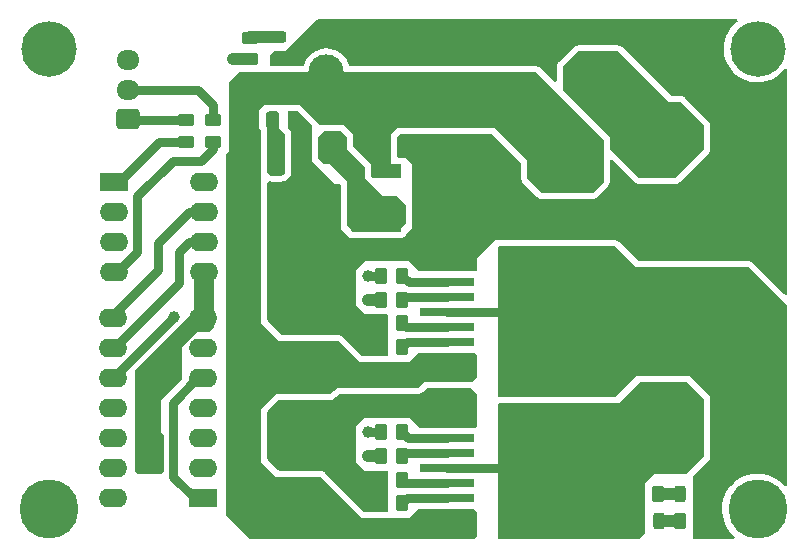
<source format=gbr>
%TF.GenerationSoftware,KiCad,Pcbnew,(6.0.2)*%
%TF.CreationDate,2022-03-25T17:55:46+07:00*%
%TF.ProjectId,Driver_motor_V02,44726976-6572-45f6-9d6f-746f725f5630,rev?*%
%TF.SameCoordinates,Original*%
%TF.FileFunction,Copper,L1,Top*%
%TF.FilePolarity,Positive*%
%FSLAX46Y46*%
G04 Gerber Fmt 4.6, Leading zero omitted, Abs format (unit mm)*
G04 Created by KiCad (PCBNEW (6.0.2)) date 2022-03-25 17:55:46*
%MOMM*%
%LPD*%
G01*
G04 APERTURE LIST*
G04 Aperture macros list*
%AMRoundRect*
0 Rectangle with rounded corners*
0 $1 Rounding radius*
0 $2 $3 $4 $5 $6 $7 $8 $9 X,Y pos of 4 corners*
0 Add a 4 corners polygon primitive as box body*
4,1,4,$2,$3,$4,$5,$6,$7,$8,$9,$2,$3,0*
0 Add four circle primitives for the rounded corners*
1,1,$1+$1,$2,$3*
1,1,$1+$1,$4,$5*
1,1,$1+$1,$6,$7*
1,1,$1+$1,$8,$9*
0 Add four rect primitives between the rounded corners*
20,1,$1+$1,$2,$3,$4,$5,0*
20,1,$1+$1,$4,$5,$6,$7,0*
20,1,$1+$1,$6,$7,$8,$9,0*
20,1,$1+$1,$8,$9,$2,$3,0*%
G04 Aperture macros list end*
%TA.AperFunction,SMDPad,CuDef*%
%ADD10R,1.200000X2.200000*%
%TD*%
%TA.AperFunction,SMDPad,CuDef*%
%ADD11R,5.800000X6.400000*%
%TD*%
%TA.AperFunction,ComponentPad*%
%ADD12RoundRect,0.250000X0.725000X-0.600000X0.725000X0.600000X-0.725000X0.600000X-0.725000X-0.600000X0*%
%TD*%
%TA.AperFunction,ComponentPad*%
%ADD13O,1.950000X1.700000*%
%TD*%
%TA.AperFunction,ComponentPad*%
%ADD14R,2.000000X2.000000*%
%TD*%
%TA.AperFunction,ComponentPad*%
%ADD15C,2.000000*%
%TD*%
%TA.AperFunction,ComponentPad*%
%ADD16C,4.700000*%
%TD*%
%TA.AperFunction,SMDPad,CuDef*%
%ADD17RoundRect,0.250000X-0.262500X-0.450000X0.262500X-0.450000X0.262500X0.450000X-0.262500X0.450000X0*%
%TD*%
%TA.AperFunction,SMDPad,CuDef*%
%ADD18RoundRect,0.250000X-0.250000X-0.475000X0.250000X-0.475000X0.250000X0.475000X-0.250000X0.475000X0*%
%TD*%
%TA.AperFunction,ComponentPad*%
%ADD19R,2.400000X1.600000*%
%TD*%
%TA.AperFunction,ComponentPad*%
%ADD20O,2.400000X1.600000*%
%TD*%
%TA.AperFunction,ComponentPad*%
%ADD21C,5.000000*%
%TD*%
%TA.AperFunction,ComponentPad*%
%ADD22R,1.600000X1.600000*%
%TD*%
%TA.AperFunction,ComponentPad*%
%ADD23C,1.600000*%
%TD*%
%TA.AperFunction,SMDPad,CuDef*%
%ADD24RoundRect,0.250000X-0.475000X0.250000X-0.475000X-0.250000X0.475000X-0.250000X0.475000X0.250000X0*%
%TD*%
%TA.AperFunction,ComponentPad*%
%ADD25RoundRect,0.875000X0.875000X-0.875000X0.875000X0.875000X-0.875000X0.875000X-0.875000X-0.875000X0*%
%TD*%
%TA.AperFunction,ComponentPad*%
%ADD26C,3.500000*%
%TD*%
%TA.AperFunction,SMDPad,CuDef*%
%ADD27RoundRect,0.250000X-0.450000X0.262500X-0.450000X-0.262500X0.450000X-0.262500X0.450000X0.262500X0*%
%TD*%
%TA.AperFunction,SMDPad,CuDef*%
%ADD28RoundRect,0.243750X0.243750X0.456250X-0.243750X0.456250X-0.243750X-0.456250X0.243750X-0.456250X0*%
%TD*%
%TA.AperFunction,SMDPad,CuDef*%
%ADD29R,4.600000X0.800000*%
%TD*%
%TA.AperFunction,SMDPad,CuDef*%
%ADD30R,9.400000X10.800000*%
%TD*%
%TA.AperFunction,ComponentPad*%
%ADD31C,3.000000*%
%TD*%
%TA.AperFunction,SMDPad,CuDef*%
%ADD32RoundRect,0.250000X0.450000X-0.262500X0.450000X0.262500X-0.450000X0.262500X-0.450000X-0.262500X0*%
%TD*%
%TA.AperFunction,SMDPad,CuDef*%
%ADD33RoundRect,0.243750X0.456250X-0.243750X0.456250X0.243750X-0.456250X0.243750X-0.456250X-0.243750X0*%
%TD*%
%TA.AperFunction,SMDPad,CuDef*%
%ADD34R,2.200000X1.200000*%
%TD*%
%TA.AperFunction,SMDPad,CuDef*%
%ADD35R,6.400000X5.800000*%
%TD*%
%TA.AperFunction,SMDPad,CuDef*%
%ADD36RoundRect,0.243750X-0.243750X-0.456250X0.243750X-0.456250X0.243750X0.456250X-0.243750X0.456250X0*%
%TD*%
%TA.AperFunction,ViaPad*%
%ADD37C,1.000000*%
%TD*%
%TA.AperFunction,ViaPad*%
%ADD38C,1.016000*%
%TD*%
%TA.AperFunction,Conductor*%
%ADD39C,1.016000*%
%TD*%
%TA.AperFunction,Conductor*%
%ADD40C,1.270000*%
%TD*%
%TA.AperFunction,Conductor*%
%ADD41C,0.762000*%
%TD*%
G04 APERTURE END LIST*
D10*
%TO.P,U1,1,VI*%
%TO.N,Net-(C4-Pad1)*%
X132380000Y-98300000D03*
D11*
%TO.P,U1,2,GND*%
%TO.N,GND*%
X130100000Y-104600000D03*
D10*
%TO.P,U1,3,VO*%
%TO.N,+5V*%
X127820000Y-98300000D03*
%TD*%
D12*
%TO.P,J2,1,Pin_1*%
%TO.N,/PWM*%
X115225000Y-95750000D03*
D13*
%TO.P,J2,2,Pin_2*%
%TO.N,/DIR*%
X115225000Y-93250000D03*
%TO.P,J2,3,Pin_3*%
%TO.N,/GND1*%
X115225000Y-90750000D03*
%TD*%
D14*
%TO.P,C1,1*%
%TO.N,VCC*%
X129500000Y-117367677D03*
D15*
%TO.P,C1,2*%
%TO.N,GND*%
X129500000Y-112367677D03*
%TD*%
D16*
%TO.P,REF\u002A\u002A,*%
%TO.N,*%
X108500000Y-89750000D03*
%TD*%
D17*
%TO.P,R7,1*%
%TO.N,/IN2*%
X136612500Y-109000000D03*
%TO.P,R7,2*%
%TO.N,Net-(Q2-Pad2)*%
X138437500Y-109000000D03*
%TD*%
D18*
%TO.P,C3,1*%
%TO.N,VCC*%
X136600000Y-97850000D03*
%TO.P,C3,2*%
%TO.N,GND*%
X138500000Y-97850000D03*
%TD*%
D19*
%TO.P,U3,1,A1*%
%TO.N,Net-(R10-Pad2)*%
X113975000Y-101075000D03*
D20*
%TO.P,U3,2,C1*%
%TO.N,/GND1*%
X113975000Y-103615000D03*
%TO.P,U3,3,C2*%
X113975000Y-106155000D03*
%TO.P,U3,4,A2*%
%TO.N,Net-(R11-Pad2)*%
X113975000Y-108695000D03*
%TO.P,U3,5,GND*%
%TO.N,GND*%
X121595000Y-108695000D03*
%TO.P,U3,6,VO2*%
%TO.N,/B*%
X121595000Y-106155000D03*
%TO.P,U3,7,VO1*%
%TO.N,/A*%
X121595000Y-103615000D03*
%TO.P,U3,8,VCC*%
%TO.N,+5V*%
X121595000Y-101075000D03*
%TD*%
D17*
%TO.P,R15,1*%
%TO.N,/M+*%
X158275000Y-127450000D03*
%TO.P,R15,2*%
%TO.N,Net-(D3-Pad2)*%
X160100000Y-127450000D03*
%TD*%
D21*
%TO.P,REF\u002A\u002A,*%
%TO.N,*%
X108500000Y-128750000D03*
%TD*%
D17*
%TO.P,R6,1*%
%TO.N,+5V*%
X136612500Y-111000000D03*
%TO.P,R6,2*%
%TO.N,Net-(Q2-Pad3)*%
X138437500Y-111000000D03*
%TD*%
%TO.P,R2,1*%
%TO.N,+5V*%
X136612500Y-124250000D03*
%TO.P,R2,2*%
%TO.N,Net-(Q1-Pad3)*%
X138437500Y-124250000D03*
%TD*%
%TO.P,R5,1*%
%TO.N,GND*%
X136612500Y-113000000D03*
%TO.P,R5,2*%
%TO.N,Net-(Q2-Pad5)*%
X138437500Y-113000000D03*
%TD*%
D22*
%TO.P,C2,1*%
%TO.N,VCC*%
X151750000Y-99747349D03*
D23*
%TO.P,C2,2*%
%TO.N,GND*%
X151750000Y-103547349D03*
%TD*%
D17*
%TO.P,R4,1*%
%TO.N,GND*%
X136612500Y-126250000D03*
%TO.P,R4,2*%
%TO.N,Net-(Q1-Pad5)*%
X138437500Y-126250000D03*
%TD*%
D24*
%TO.P,C4,1*%
%TO.N,Net-(C4-Pad1)*%
X134750000Y-104800000D03*
%TO.P,C4,2*%
%TO.N,GND*%
X134750000Y-106700000D03*
%TD*%
D17*
%TO.P,R9,1*%
%TO.N,GND*%
X136612500Y-115000000D03*
%TO.P,R9,2*%
%TO.N,Net-(Q2-Pad6)*%
X138437500Y-115000000D03*
%TD*%
D25*
%TO.P,J1,1,Pin_1*%
%TO.N,/M+*%
X161125000Y-120680000D03*
D26*
%TO.P,J1,2,Pin_2*%
%TO.N,/M-*%
X161125000Y-113060000D03*
%TO.P,J1,3,Pin_3*%
%TO.N,GND*%
X161125000Y-105440000D03*
%TO.P,J1,4,Pin_4*%
%TO.N,Net-(F1-Pad1)*%
X161125000Y-97820000D03*
%TD*%
D21*
%TO.P,REF\u002A\u002A,*%
%TO.N,*%
X168500000Y-128750000D03*
%TD*%
D14*
%TO.P,C5,1*%
%TO.N,VCC*%
X129500000Y-128250000D03*
D15*
%TO.P,C5,2*%
%TO.N,GND*%
X129500000Y-123250000D03*
%TD*%
D17*
%TO.P,R3,1*%
%TO.N,/IN1*%
X136612500Y-122250000D03*
%TO.P,R3,2*%
%TO.N,Net-(Q1-Pad2)*%
X138437500Y-122250000D03*
%TD*%
D27*
%TO.P,R11,1*%
%TO.N,/DIR*%
X122375000Y-95837500D03*
%TO.P,R11,2*%
%TO.N,Net-(R11-Pad2)*%
X122375000Y-97662500D03*
%TD*%
D28*
%TO.P,D3,1,K*%
%TO.N,/M-*%
X163787500Y-127450000D03*
%TO.P,D3,2,A*%
%TO.N,Net-(D3-Pad2)*%
X161912500Y-127450000D03*
%TD*%
D29*
%TO.P,Q2,1*%
%TO.N,GND*%
X142250000Y-108250000D03*
%TO.P,Q2,2,IN*%
%TO.N,Net-(Q2-Pad2)*%
X142250000Y-109520000D03*
%TO.P,Q2,3,INH*%
%TO.N,Net-(Q2-Pad3)*%
X142250000Y-110790000D03*
%TO.P,Q2,4*%
%TO.N,/M-*%
X142250000Y-112060000D03*
%TO.P,Q2,5,SR*%
%TO.N,Net-(Q2-Pad5)*%
X142250000Y-113330000D03*
%TO.P,Q2,6,IS*%
%TO.N,Net-(Q2-Pad6)*%
X142250000Y-114600000D03*
%TO.P,Q2,7*%
%TO.N,VCC*%
X142250000Y-115870000D03*
D30*
%TO.P,Q2,8*%
%TO.N,/M-*%
X151400000Y-112060000D03*
%TD*%
D17*
%TO.P,R14,1*%
%TO.N,Net-(D2-Pad2)*%
X161937500Y-129750000D03*
%TO.P,R14,2*%
%TO.N,/M-*%
X163762500Y-129750000D03*
%TD*%
%TO.P,R1,1*%
%TO.N,GND*%
X136612500Y-128250000D03*
%TO.P,R1,2*%
%TO.N,Net-(Q1-Pad6)*%
X138437500Y-128250000D03*
%TD*%
D31*
%TO.P,F1,1*%
%TO.N,Net-(F1-Pad1)*%
X154500000Y-91750000D03*
%TO.P,F1,2*%
%TO.N,VCC*%
X132000000Y-91750000D03*
%TD*%
D32*
%TO.P,R8,1*%
%TO.N,+5V*%
X125500000Y-90662500D03*
%TO.P,R8,2*%
%TO.N,Net-(D1-Pad2)*%
X125500000Y-88837500D03*
%TD*%
D16*
%TO.P,REF\u002A\u002A,*%
%TO.N,*%
X168500000Y-89750000D03*
%TD*%
D29*
%TO.P,Q1,1*%
%TO.N,GND*%
X142250000Y-121480000D03*
%TO.P,Q1,2,IN*%
%TO.N,Net-(Q1-Pad2)*%
X142250000Y-122750000D03*
%TO.P,Q1,3,INH*%
%TO.N,Net-(Q1-Pad3)*%
X142250000Y-124020000D03*
%TO.P,Q1,4*%
%TO.N,/M+*%
X142250000Y-125290000D03*
%TO.P,Q1,5,SR*%
%TO.N,Net-(Q1-Pad5)*%
X142250000Y-126560000D03*
%TO.P,Q1,6,IS*%
%TO.N,Net-(Q1-Pad6)*%
X142250000Y-127830000D03*
%TO.P,Q1,7*%
%TO.N,VCC*%
X142250000Y-129100000D03*
D30*
%TO.P,Q1,8*%
%TO.N,/M+*%
X151400000Y-125290000D03*
%TD*%
D33*
%TO.P,D1,1,K*%
%TO.N,GND*%
X127887500Y-90687500D03*
%TO.P,D1,2,A*%
%TO.N,Net-(D1-Pad2)*%
X127887500Y-88812500D03*
%TD*%
D34*
%TO.P,U4,1,IN*%
%TO.N,VCC*%
X137200000Y-100120000D03*
D35*
%TO.P,U4,2,GND*%
%TO.N,GND*%
X143500000Y-102400000D03*
D34*
%TO.P,U4,3,OUT*%
%TO.N,Net-(C4-Pad1)*%
X137200000Y-104680000D03*
%TD*%
D27*
%TO.P,R10,1*%
%TO.N,/PWM*%
X120125000Y-95837500D03*
%TO.P,R10,2*%
%TO.N,Net-(R10-Pad2)*%
X120125000Y-97662500D03*
%TD*%
D18*
%TO.P,C8,1*%
%TO.N,+5V*%
X127350000Y-95800000D03*
%TO.P,C8,2*%
%TO.N,GND*%
X129250000Y-95800000D03*
%TD*%
D19*
%TO.P,U2,1*%
%TO.N,Net-(U2-Pad1)*%
X121550000Y-127830000D03*
D20*
%TO.P,U2,2*%
%TO.N,/B*%
X121550000Y-125290000D03*
%TO.P,U2,3*%
X121550000Y-122750000D03*
%TO.P,U2,4*%
%TO.N,/IN1*%
X121550000Y-120210000D03*
%TO.P,U2,5*%
%TO.N,Net-(U2-Pad1)*%
X121550000Y-117670000D03*
%TO.P,U2,6*%
%TO.N,/A*%
X121550000Y-115130000D03*
%TO.P,U2,7,GND*%
%TO.N,GND*%
X121550000Y-112590000D03*
%TO.P,U2,8*%
%TO.N,/A*%
X113930000Y-112590000D03*
%TO.P,U2,9*%
%TO.N,/B*%
X113930000Y-115130000D03*
%TO.P,U2,10*%
%TO.N,/IN2*%
X113930000Y-117670000D03*
%TO.P,U2,11*%
%TO.N,N/C*%
X113930000Y-120210000D03*
%TO.P,U2,12*%
X113930000Y-122750000D03*
%TO.P,U2,13*%
X113930000Y-125290000D03*
%TO.P,U2,14,VCC*%
%TO.N,+5V*%
X113930000Y-127830000D03*
%TD*%
D36*
%TO.P,D2,1,K*%
%TO.N,/M+*%
X158250000Y-129750000D03*
%TO.P,D2,2,A*%
%TO.N,Net-(D2-Pad2)*%
X160125000Y-129750000D03*
%TD*%
D37*
%TO.N,GND*%
X141250000Y-107000000D03*
X142125000Y-119250000D03*
X142750000Y-120400000D03*
X129900000Y-97000000D03*
X117600000Y-123000000D03*
X116400000Y-124250000D03*
X141700000Y-100600000D03*
X145000000Y-98000000D03*
X145200000Y-100600000D03*
X135500000Y-113000000D03*
X116400000Y-123000000D03*
X145200000Y-102350000D03*
X139750000Y-107000000D03*
X144000000Y-120400000D03*
X129875581Y-99500000D03*
X143375000Y-119250000D03*
X145200000Y-104100000D03*
X143300000Y-102500000D03*
X144250000Y-107000000D03*
X141700000Y-104100000D03*
X143500000Y-98000000D03*
X140250000Y-120400000D03*
X135500000Y-115000000D03*
X117600000Y-124250000D03*
X143450000Y-100600000D03*
X129882558Y-98250000D03*
X142000000Y-98000000D03*
X142750000Y-107000000D03*
X143450000Y-104100000D03*
X141700000Y-102350000D03*
X140875000Y-119250000D03*
X140500000Y-98000000D03*
X141500000Y-120400000D03*
%TO.N,+5V*%
X135500000Y-124250000D03*
X135500000Y-111000000D03*
X124125000Y-90675000D03*
D38*
X127750000Y-100000000D03*
%TO.N,/M+*%
X150499596Y-123250000D03*
X154499596Y-123250000D03*
X154499596Y-129250000D03*
X148499596Y-123250000D03*
X148499596Y-129250000D03*
X152499596Y-127250000D03*
X154499596Y-127250000D03*
X150499596Y-125250000D03*
X148499596Y-125250000D03*
X154499596Y-125250000D03*
X152499596Y-123250000D03*
X150499596Y-129250000D03*
X152499596Y-129250000D03*
X150499596Y-127250000D03*
X148499596Y-127250000D03*
X152499596Y-125250000D03*
%TO.N,/M-*%
X152500000Y-114250000D03*
X150500000Y-114250000D03*
X148500000Y-110250000D03*
X154500000Y-114250000D03*
X150500000Y-112250000D03*
X154500000Y-112250000D03*
X148500000Y-112250000D03*
X152500000Y-112250000D03*
X150500000Y-108250000D03*
X150500000Y-110250000D03*
X152500000Y-110250000D03*
X148500000Y-108250000D03*
X152500000Y-108250000D03*
X154500000Y-110250000D03*
X148500000Y-114250000D03*
X154500000Y-108250000D03*
D37*
%TO.N,/IN1*%
X135500000Y-122250000D03*
%TO.N,/IN2*%
X135500000Y-109000000D03*
X119125000Y-112500000D03*
%TD*%
D39*
%TO.N,GND*%
X121285000Y-112590000D02*
X121550000Y-112590000D01*
D40*
X121595000Y-112545000D02*
X121550000Y-112590000D01*
D39*
%TO.N,+5V*%
X136612500Y-111000000D02*
X135500000Y-111000000D01*
X124137500Y-90662500D02*
X124125000Y-90675000D01*
X125500000Y-90662500D02*
X124137500Y-90662500D01*
X136612500Y-124250000D02*
X135500000Y-124250000D01*
%TO.N,Net-(D1-Pad2)*%
X125525000Y-88812500D02*
X125500000Y-88837500D01*
X127887500Y-88812500D02*
X125525000Y-88812500D01*
D41*
%TO.N,/PWM*%
X115312500Y-95837500D02*
X115225000Y-95750000D01*
X120125000Y-95837500D02*
X115312500Y-95837500D01*
%TO.N,/DIR*%
X122375000Y-94500000D02*
X121125000Y-93250000D01*
X121125000Y-93250000D02*
X115225000Y-93250000D01*
X122375000Y-95837500D02*
X122375000Y-94500000D01*
%TO.N,/M+*%
X142250000Y-125290000D02*
X151400000Y-125290000D01*
%TO.N,/M-*%
X142250000Y-112060000D02*
X151400000Y-112060000D01*
D39*
X160125000Y-112060000D02*
X161125000Y-113060000D01*
D41*
%TO.N,Net-(Q1-Pad2)*%
X138937500Y-122750000D02*
X138437500Y-122250000D01*
X142250000Y-122750000D02*
X138937500Y-122750000D01*
%TO.N,Net-(Q1-Pad3)*%
X138667500Y-124020000D02*
X138437500Y-124250000D01*
X142250000Y-124020000D02*
X138667500Y-124020000D01*
%TO.N,Net-(Q1-Pad5)*%
X138747500Y-126560000D02*
X138437500Y-126250000D01*
X142250000Y-126560000D02*
X138747500Y-126560000D01*
%TO.N,Net-(Q1-Pad6)*%
X142250000Y-127830000D02*
X138857500Y-127830000D01*
X138857500Y-127830000D02*
X138437500Y-128250000D01*
%TO.N,Net-(Q2-Pad2)*%
X142250000Y-109520000D02*
X138957500Y-109520000D01*
X138957500Y-109520000D02*
X138437500Y-109000000D01*
%TO.N,Net-(Q2-Pad3)*%
X142250000Y-110790000D02*
X138647500Y-110790000D01*
X138647500Y-110790000D02*
X138437500Y-111000000D01*
%TO.N,Net-(Q2-Pad5)*%
X142250000Y-113330000D02*
X138767500Y-113330000D01*
X138767500Y-113330000D02*
X138437500Y-113000000D01*
%TO.N,Net-(Q2-Pad6)*%
X138837500Y-114600000D02*
X138437500Y-115000000D01*
X142250000Y-114600000D02*
X138837500Y-114600000D01*
%TO.N,/IN1*%
X135500000Y-122250000D02*
X136612500Y-122250000D01*
%TO.N,/IN2*%
X119125000Y-112500000D02*
X113955000Y-117670000D01*
X136612500Y-109000000D02*
X135500000Y-109000000D01*
X113930000Y-117670000D02*
X113955000Y-117670000D01*
%TO.N,Net-(R10-Pad2)*%
X114425000Y-101075000D02*
X113975000Y-101075000D01*
X117837500Y-97662500D02*
X114425000Y-101075000D01*
X120125000Y-97662500D02*
X117837500Y-97662500D01*
%TO.N,Net-(R11-Pad2)*%
X114305000Y-108695000D02*
X113975000Y-108695000D01*
X116000000Y-107000000D02*
X114305000Y-108695000D01*
X116000000Y-102250000D02*
X116000000Y-107000000D01*
X121375000Y-99250000D02*
X119000000Y-99250000D01*
X119000000Y-99250000D02*
X116000000Y-102250000D01*
X122375000Y-98250000D02*
X121375000Y-99250000D01*
%TO.N,/A*%
X113930000Y-112590000D02*
X113930000Y-112320000D01*
X120385000Y-103615000D02*
X121595000Y-103615000D01*
X117750000Y-106250000D02*
X120385000Y-103615000D01*
X117750000Y-108500000D02*
X117750000Y-106250000D01*
X113930000Y-112320000D02*
X117750000Y-108500000D01*
%TO.N,/B*%
X119500000Y-109625000D02*
X119500000Y-107000000D01*
X113995000Y-115130000D02*
X119500000Y-109625000D01*
X113930000Y-115130000D02*
X113995000Y-115130000D01*
X119500000Y-107000000D02*
X120345000Y-106155000D01*
X120345000Y-106155000D02*
X121595000Y-106155000D01*
%TO.N,Net-(U2-Pad1)*%
X121550000Y-127830000D02*
X120830000Y-127830000D01*
X121080000Y-117670000D02*
X119000000Y-119750000D01*
X119000000Y-126000000D02*
X119000000Y-119750000D01*
X121550000Y-117670000D02*
X121080000Y-117670000D01*
X120830000Y-127830000D02*
X119000000Y-126000000D01*
D39*
%TO.N,Net-(D2-Pad2)*%
X160125000Y-129750000D02*
X161937500Y-129750000D01*
%TO.N,Net-(D3-Pad2)*%
X160100000Y-127450000D02*
X161912500Y-127450000D01*
%TD*%
%TA.AperFunction,Conductor*%
%TO.N,+5V*%
G36*
X127765931Y-95020002D02*
G01*
X127786905Y-95036905D01*
X127963095Y-95213095D01*
X127997121Y-95275407D01*
X128000000Y-95302190D01*
X128000000Y-96500000D01*
X128463095Y-96963095D01*
X128497121Y-97025407D01*
X128500000Y-97052190D01*
X128500000Y-100197810D01*
X128479998Y-100265931D01*
X128463095Y-100286905D01*
X128286905Y-100463095D01*
X128224593Y-100497121D01*
X128197810Y-100500000D01*
X127302190Y-100500000D01*
X127234069Y-100479998D01*
X127213095Y-100463095D01*
X127036905Y-100286905D01*
X127002879Y-100224593D01*
X127000000Y-100197810D01*
X127000000Y-95302190D01*
X127020002Y-95234069D01*
X127036905Y-95213095D01*
X127213095Y-95036905D01*
X127275407Y-95002879D01*
X127302190Y-95000000D01*
X127697810Y-95000000D01*
X127765931Y-95020002D01*
G37*
%TD.AperFunction*%
%TD*%
%TA.AperFunction,Conductor*%
%TO.N,Net-(C4-Pad1)*%
G36*
X133265931Y-96770002D02*
G01*
X133286905Y-96786905D01*
X133713095Y-97213095D01*
X133747121Y-97275407D01*
X133750000Y-97302190D01*
X133750000Y-98250000D01*
X135213095Y-99713095D01*
X135247121Y-99775407D01*
X135250000Y-99802190D01*
X135250000Y-100750000D01*
X136750000Y-102250000D01*
X137947810Y-102250000D01*
X138015931Y-102270002D01*
X138036905Y-102286905D01*
X138713095Y-102963095D01*
X138747121Y-103025407D01*
X138750000Y-103052190D01*
X138750000Y-104447810D01*
X138729998Y-104515931D01*
X138713095Y-104536905D01*
X138036905Y-105213095D01*
X137974593Y-105247121D01*
X137947810Y-105250000D01*
X134302190Y-105250000D01*
X134234069Y-105229998D01*
X134213095Y-105213095D01*
X133786905Y-104786905D01*
X133752879Y-104724593D01*
X133750000Y-104697810D01*
X133750000Y-101000000D01*
X132250000Y-99500000D01*
X131802190Y-99500000D01*
X131734069Y-99479998D01*
X131713095Y-99463095D01*
X131286905Y-99036905D01*
X131252879Y-98974593D01*
X131250000Y-98947810D01*
X131250000Y-97302190D01*
X131270002Y-97234069D01*
X131286905Y-97213095D01*
X131713095Y-96786905D01*
X131775407Y-96752879D01*
X131802190Y-96750000D01*
X133197810Y-96750000D01*
X133265931Y-96770002D01*
G37*
%TD.AperFunction*%
%TD*%
%TA.AperFunction,Conductor*%
%TO.N,VCC*%
G36*
X149765931Y-91770002D02*
G01*
X149786905Y-91786905D01*
X155463095Y-97463095D01*
X155497121Y-97525407D01*
X155500000Y-97552190D01*
X155500000Y-100947810D01*
X155479998Y-101015931D01*
X155463095Y-101036905D01*
X154536905Y-101963095D01*
X154474593Y-101997121D01*
X154447810Y-102000000D01*
X150302190Y-102000000D01*
X150234069Y-101979998D01*
X150213095Y-101963095D01*
X149036905Y-100786905D01*
X149002879Y-100724593D01*
X149000000Y-100697810D01*
X149000000Y-99250000D01*
X146250000Y-96500000D01*
X138000000Y-96500000D01*
X137500000Y-97000000D01*
X137500000Y-97235200D01*
X137499344Y-97248043D01*
X137491500Y-97324600D01*
X137491500Y-98375400D01*
X137491837Y-98378646D01*
X137491837Y-98378650D01*
X137499327Y-98450836D01*
X137500000Y-98463840D01*
X137500000Y-100447810D01*
X137479998Y-100515931D01*
X137463095Y-100536905D01*
X137286905Y-100713095D01*
X137224593Y-100747121D01*
X137197810Y-100750000D01*
X136052190Y-100750000D01*
X135984069Y-100729998D01*
X135963095Y-100713095D01*
X135794905Y-100544905D01*
X135760879Y-100482593D01*
X135758000Y-100455810D01*
X135758000Y-99802190D01*
X135755090Y-99747896D01*
X135752577Y-99724513D01*
X135752392Y-99722793D01*
X135752390Y-99722778D01*
X135752211Y-99721113D01*
X135751622Y-99717478D01*
X135750000Y-99697324D01*
X135750000Y-99500000D01*
X134294905Y-98044905D01*
X134260879Y-97982593D01*
X134258000Y-97955810D01*
X134258000Y-97302190D01*
X134255090Y-97247896D01*
X134254654Y-97243834D01*
X134252392Y-97222793D01*
X134252390Y-97222778D01*
X134252211Y-97221113D01*
X134251622Y-97217478D01*
X134250000Y-97197324D01*
X134250000Y-97000000D01*
X133500000Y-96250000D01*
X133262466Y-96250000D01*
X133244537Y-96248718D01*
X133213169Y-96244208D01*
X133202255Y-96242639D01*
X133202254Y-96242639D01*
X133197810Y-96242000D01*
X131802190Y-96242000D01*
X131747896Y-96244910D01*
X131746225Y-96245090D01*
X131746208Y-96245091D01*
X131722793Y-96247608D01*
X131722778Y-96247610D01*
X131721113Y-96247789D01*
X131717703Y-96248342D01*
X131717478Y-96248378D01*
X131697324Y-96250000D01*
X131552190Y-96250000D01*
X131484069Y-96229998D01*
X131463095Y-96213095D01*
X129750000Y-94500000D01*
X127762466Y-94500000D01*
X127744537Y-94498718D01*
X127713169Y-94494208D01*
X127702255Y-94492639D01*
X127702254Y-94492639D01*
X127697810Y-94492000D01*
X127302190Y-94492000D01*
X127247896Y-94494910D01*
X127246225Y-94495090D01*
X127246208Y-94495091D01*
X127222793Y-94497608D01*
X127222778Y-94497610D01*
X127221113Y-94497789D01*
X127217703Y-94498342D01*
X127217478Y-94498378D01*
X127197324Y-94500000D01*
X126750000Y-94500000D01*
X126250000Y-95000000D01*
X126250000Y-96500000D01*
X126455095Y-96705095D01*
X126489121Y-96767407D01*
X126492000Y-96794190D01*
X126492000Y-100197810D01*
X126494910Y-100252104D01*
X126497789Y-100278887D01*
X126498058Y-100280546D01*
X126498378Y-100282522D01*
X126500000Y-100302676D01*
X126500000Y-113000000D01*
X128000000Y-114500000D01*
X132947810Y-114500000D01*
X133015931Y-114520002D01*
X133036905Y-114536905D01*
X134750000Y-116250000D01*
X139000000Y-116250000D01*
X139713095Y-115536905D01*
X139775407Y-115502879D01*
X139802190Y-115500000D01*
X139821836Y-115500000D01*
X139839647Y-115502088D01*
X139839684Y-115501745D01*
X139901866Y-115508500D01*
X144456310Y-115508500D01*
X144524431Y-115528502D01*
X144545405Y-115545405D01*
X144713095Y-115713095D01*
X144747121Y-115775407D01*
X144750000Y-115802190D01*
X144750000Y-117447810D01*
X144729998Y-117515931D01*
X144713095Y-117536905D01*
X144286905Y-117963095D01*
X144224593Y-117997121D01*
X144197810Y-118000000D01*
X140250000Y-118000000D01*
X139786905Y-118463095D01*
X139724593Y-118497121D01*
X139697810Y-118500000D01*
X133000000Y-118500000D01*
X132984479Y-118510347D01*
X132984477Y-118510348D01*
X132281743Y-118978838D01*
X132211851Y-119000000D01*
X127750000Y-119000000D01*
X126500000Y-120250000D01*
X126500000Y-124750000D01*
X127750000Y-126000000D01*
X131447810Y-126000000D01*
X131515931Y-126020002D01*
X131536905Y-126036905D01*
X135000000Y-129500000D01*
X139000000Y-129500000D01*
X139713095Y-128786905D01*
X139775407Y-128752879D01*
X139802190Y-128750000D01*
X144447810Y-128750000D01*
X144515931Y-128770002D01*
X144536905Y-128786905D01*
X144713095Y-128963095D01*
X144747121Y-129025407D01*
X144750000Y-129052190D01*
X144750000Y-130947810D01*
X144729998Y-131015931D01*
X144713095Y-131036905D01*
X144544905Y-131205095D01*
X144482593Y-131239121D01*
X144455810Y-131242000D01*
X125544190Y-131242000D01*
X125476069Y-131221998D01*
X125455095Y-131205095D01*
X123536905Y-129286905D01*
X123502879Y-129224593D01*
X123500000Y-129197810D01*
X123500000Y-98802190D01*
X123520002Y-98734069D01*
X123536905Y-98713095D01*
X123750000Y-98500000D01*
X123750000Y-92610559D01*
X123770002Y-92542438D01*
X123797288Y-92512170D01*
X124715486Y-91777611D01*
X124781175Y-91750675D01*
X124794198Y-91750000D01*
X149697810Y-91750000D01*
X149765931Y-91770002D01*
G37*
%TD.AperFunction*%
%TD*%
%TA.AperFunction,Conductor*%
%TO.N,GND*%
G36*
X144201191Y-118508514D02*
G01*
X144267889Y-118524252D01*
X144294669Y-118544669D01*
X144713095Y-118963095D01*
X144747121Y-119025407D01*
X144750000Y-119052190D01*
X144750000Y-121717569D01*
X144729998Y-121785690D01*
X144676342Y-121832183D01*
X144610391Y-121842832D01*
X144598134Y-121841500D01*
X139901866Y-121841500D01*
X139882078Y-121843650D01*
X139812197Y-121831123D01*
X139760181Y-121782803D01*
X139753857Y-121770732D01*
X139744388Y-121750000D01*
X139750000Y-121750000D01*
X139000000Y-121000000D01*
X135250000Y-121000000D01*
X134500000Y-121750000D01*
X134500000Y-122110401D01*
X134499215Y-122124446D01*
X134486719Y-122235851D01*
X134487235Y-122241995D01*
X134499558Y-122388751D01*
X134500000Y-122399294D01*
X134500000Y-124032720D01*
X134499310Y-124045890D01*
X134478607Y-124242869D01*
X134496674Y-124441395D01*
X134497935Y-124445679D01*
X134500000Y-124467532D01*
X134500000Y-124750000D01*
X135250000Y-125500000D01*
X137124000Y-125500000D01*
X137192121Y-125520002D01*
X137238614Y-125573658D01*
X137250000Y-125626000D01*
X137250000Y-128866000D01*
X137229998Y-128934121D01*
X137176342Y-128980614D01*
X137124000Y-128992000D01*
X135262610Y-128992000D01*
X135194489Y-128971998D01*
X135173515Y-128955095D01*
X131896115Y-125677695D01*
X131855672Y-125641365D01*
X131834698Y-125624462D01*
X131833324Y-125623471D01*
X131833308Y-125623459D01*
X131813108Y-125608893D01*
X131790576Y-125592645D01*
X131784950Y-125590075D01*
X131784947Y-125590074D01*
X131715955Y-125558567D01*
X131659050Y-125532579D01*
X131635296Y-125525604D01*
X131595252Y-125513846D01*
X131595248Y-125513845D01*
X131590929Y-125512577D01*
X131586481Y-125511937D01*
X131586474Y-125511936D01*
X131452258Y-125492639D01*
X131452251Y-125492638D01*
X131447810Y-125492000D01*
X128012610Y-125492000D01*
X127944489Y-125471998D01*
X127923515Y-125455095D01*
X127044905Y-124576485D01*
X127010879Y-124514173D01*
X127008000Y-124487390D01*
X127008000Y-120512610D01*
X127028002Y-120444489D01*
X127044905Y-120423515D01*
X127923515Y-119544905D01*
X127985827Y-119510879D01*
X128012610Y-119508000D01*
X132211851Y-119508000D01*
X132216437Y-119507321D01*
X132354487Y-119486880D01*
X132354491Y-119486879D01*
X132359064Y-119486202D01*
X132428956Y-119465040D01*
X132563531Y-119401519D01*
X133122066Y-119029162D01*
X133191958Y-119008000D01*
X139697810Y-119008000D01*
X139752104Y-119005090D01*
X139753775Y-119004910D01*
X139753792Y-119004909D01*
X139777207Y-119002392D01*
X139777222Y-119002390D01*
X139778887Y-119002211D01*
X139800432Y-118998720D01*
X139826470Y-118994501D01*
X139826474Y-118994500D01*
X139832583Y-118993510D01*
X139914126Y-118963095D01*
X139963843Y-118944551D01*
X139963845Y-118944550D01*
X139968057Y-118942979D01*
X140030369Y-118908953D01*
X140038530Y-118902843D01*
X140142513Y-118825002D01*
X140142517Y-118824998D01*
X140146115Y-118822305D01*
X140423515Y-118544905D01*
X140485827Y-118510879D01*
X140512610Y-118508000D01*
X144197810Y-118508000D01*
X144199518Y-118507908D01*
X144201174Y-118507864D01*
X144201191Y-118508514D01*
G37*
%TD.AperFunction*%
%TA.AperFunction,Conductor*%
G36*
X166747872Y-87278002D02*
G01*
X166794365Y-87331658D01*
X166804469Y-87401932D01*
X166774975Y-87466512D01*
X166758531Y-87482334D01*
X166725177Y-87509056D01*
X166584049Y-87622121D01*
X166581496Y-87624701D01*
X166381191Y-87827115D01*
X166352174Y-87856437D01*
X166148767Y-88115851D01*
X165976525Y-88396925D01*
X165837730Y-88695933D01*
X165734222Y-89008912D01*
X165667373Y-89331714D01*
X165651289Y-89511936D01*
X165641336Y-89623459D01*
X165638069Y-89660060D01*
X165638164Y-89663690D01*
X165638164Y-89663691D01*
X165639590Y-89718152D01*
X165646698Y-89989598D01*
X165647208Y-89993183D01*
X165647209Y-89993192D01*
X165663690Y-90108990D01*
X165693146Y-90315961D01*
X165694065Y-90319464D01*
X165694066Y-90319469D01*
X165775879Y-90631319D01*
X165776798Y-90634822D01*
X165896544Y-90941955D01*
X165905793Y-90959424D01*
X166041855Y-91216399D01*
X166050798Y-91233290D01*
X166052850Y-91236275D01*
X166052855Y-91236284D01*
X166235457Y-91501972D01*
X166235463Y-91501979D01*
X166237514Y-91504964D01*
X166454219Y-91753377D01*
X166698039Y-91975236D01*
X166700987Y-91977354D01*
X166700989Y-91977356D01*
X166962793Y-92165481D01*
X166962799Y-92165485D01*
X166965744Y-92167601D01*
X167253784Y-92327922D01*
X167558342Y-92454074D01*
X167561836Y-92455069D01*
X167561838Y-92455070D01*
X167871880Y-92543388D01*
X167871885Y-92543389D01*
X167875381Y-92544385D01*
X168061993Y-92574944D01*
X168197118Y-92597072D01*
X168197125Y-92597073D01*
X168200699Y-92597658D01*
X168365342Y-92605423D01*
X168526357Y-92613016D01*
X168526358Y-92613016D01*
X168529984Y-92613187D01*
X168541877Y-92612376D01*
X168855241Y-92591014D01*
X168855249Y-92591013D01*
X168858872Y-92590766D01*
X168862448Y-92590103D01*
X168862450Y-92590103D01*
X169179438Y-92531353D01*
X169179442Y-92531352D01*
X169183003Y-92530692D01*
X169498082Y-92433761D01*
X169638406Y-92372163D01*
X169796604Y-92302719D01*
X169796612Y-92302715D01*
X169799931Y-92301258D01*
X170084550Y-92134940D01*
X170216933Y-92035544D01*
X170345260Y-91939194D01*
X170345264Y-91939191D01*
X170348167Y-91937011D01*
X170587288Y-91710094D01*
X170769337Y-91492366D01*
X170828378Y-91452937D01*
X170899364Y-91451686D01*
X170959757Y-91489012D01*
X170990382Y-91553064D01*
X170992000Y-91573189D01*
X170992000Y-110469390D01*
X170971998Y-110537511D01*
X170918342Y-110584004D01*
X170848068Y-110594108D01*
X170783488Y-110564614D01*
X170776905Y-110558485D01*
X168146115Y-107927695D01*
X168105672Y-107891365D01*
X168084698Y-107874462D01*
X168083324Y-107873471D01*
X168083308Y-107873459D01*
X168063108Y-107858893D01*
X168040576Y-107842645D01*
X168034950Y-107840075D01*
X168034947Y-107840074D01*
X167965955Y-107808567D01*
X167909050Y-107782579D01*
X167885296Y-107775604D01*
X167845252Y-107763846D01*
X167845248Y-107763845D01*
X167840929Y-107762577D01*
X167836481Y-107761937D01*
X167836474Y-107761936D01*
X167702258Y-107742639D01*
X167702251Y-107742638D01*
X167697810Y-107742000D01*
X158512610Y-107742000D01*
X158444489Y-107721998D01*
X158423515Y-107705095D01*
X156896115Y-106177695D01*
X156855672Y-106141365D01*
X156834698Y-106124462D01*
X156833324Y-106123471D01*
X156833308Y-106123459D01*
X156813108Y-106108893D01*
X156790576Y-106092645D01*
X156784950Y-106090075D01*
X156784947Y-106090074D01*
X156715955Y-106058567D01*
X156659050Y-106032579D01*
X156635296Y-106025604D01*
X156595252Y-106013846D01*
X156595248Y-106013845D01*
X156590929Y-106012577D01*
X156586481Y-106011937D01*
X156586474Y-106011936D01*
X156452258Y-105992639D01*
X156452251Y-105992638D01*
X156447810Y-105992000D01*
X146626000Y-105992000D01*
X146622652Y-105992360D01*
X146622651Y-105992360D01*
X146558305Y-105999278D01*
X146544836Y-106000000D01*
X146250000Y-106000000D01*
X144750000Y-107500000D01*
X144750000Y-108487569D01*
X144729998Y-108555690D01*
X144676342Y-108602183D01*
X144610391Y-108612832D01*
X144598134Y-108611500D01*
X139901866Y-108611500D01*
X139898461Y-108611870D01*
X139898459Y-108611870D01*
X139887498Y-108613060D01*
X139817616Y-108600530D01*
X139765602Y-108552208D01*
X139760941Y-108534030D01*
X139760105Y-108534412D01*
X139744389Y-108500000D01*
X139750000Y-108500000D01*
X139000000Y-107750000D01*
X135250000Y-107750000D01*
X134500000Y-108500000D01*
X134500000Y-108860401D01*
X134499215Y-108874446D01*
X134486719Y-108985851D01*
X134487235Y-108991995D01*
X134499558Y-109138751D01*
X134500000Y-109149294D01*
X134500000Y-110782720D01*
X134499310Y-110795890D01*
X134478607Y-110992869D01*
X134496674Y-111191395D01*
X134497935Y-111195679D01*
X134500000Y-111217532D01*
X134500000Y-111500000D01*
X135250000Y-112250000D01*
X137124000Y-112250000D01*
X137192121Y-112270002D01*
X137238614Y-112323658D01*
X137250000Y-112376000D01*
X137250000Y-115616000D01*
X137229998Y-115684121D01*
X137176342Y-115730614D01*
X137124000Y-115742000D01*
X135012610Y-115742000D01*
X134944489Y-115721998D01*
X134923515Y-115705095D01*
X133396115Y-114177695D01*
X133355672Y-114141365D01*
X133334698Y-114124462D01*
X133333324Y-114123471D01*
X133333308Y-114123459D01*
X133313108Y-114108893D01*
X133290576Y-114092645D01*
X133284950Y-114090075D01*
X133284947Y-114090074D01*
X133215955Y-114058567D01*
X133159050Y-114032579D01*
X133135296Y-114025604D01*
X133095252Y-114013846D01*
X133095248Y-114013845D01*
X133090929Y-114012577D01*
X133086481Y-114011937D01*
X133086474Y-114011936D01*
X132952258Y-113992639D01*
X132952251Y-113992638D01*
X132947810Y-113992000D01*
X128262610Y-113992000D01*
X128194489Y-113971998D01*
X128173515Y-113955095D01*
X127044905Y-112826485D01*
X127010879Y-112764173D01*
X127008000Y-112737390D01*
X127008000Y-101126000D01*
X127028002Y-101057879D01*
X127081658Y-101011386D01*
X127134000Y-101000000D01*
X127237534Y-101000000D01*
X127255463Y-101001282D01*
X127281950Y-101005090D01*
X127297745Y-101007361D01*
X127297746Y-101007361D01*
X127302190Y-101008000D01*
X127610470Y-101008000D01*
X127625390Y-101008886D01*
X127728609Y-101021194D01*
X127734744Y-101020722D01*
X127734746Y-101020722D01*
X127895255Y-101008371D01*
X127904922Y-101008000D01*
X128197810Y-101008000D01*
X128252104Y-101005090D01*
X128253775Y-101004910D01*
X128253792Y-101004909D01*
X128277207Y-101002392D01*
X128277222Y-101002390D01*
X128278887Y-101002211D01*
X128282522Y-101001622D01*
X128302676Y-101000000D01*
X128500000Y-101000000D01*
X129000000Y-100500000D01*
X129000000Y-100262466D01*
X129001282Y-100244534D01*
X129007361Y-100202255D01*
X129007361Y-100202254D01*
X129008000Y-100197810D01*
X129008000Y-97052190D01*
X129005090Y-96997896D01*
X129002211Y-96971113D01*
X129001622Y-96967478D01*
X129000000Y-96947324D01*
X129000000Y-96750000D01*
X128786905Y-96536905D01*
X128752879Y-96474593D01*
X128750000Y-96447810D01*
X128750000Y-95134000D01*
X128770002Y-95065879D01*
X128823658Y-95019386D01*
X128876000Y-95008000D01*
X129487390Y-95008000D01*
X129555511Y-95028002D01*
X129576485Y-95044905D01*
X130713095Y-96181515D01*
X130747121Y-96243827D01*
X130750000Y-96270610D01*
X130750000Y-97237534D01*
X130748718Y-97255463D01*
X130742000Y-97302190D01*
X130742000Y-98947810D01*
X130744910Y-99002104D01*
X130747789Y-99028887D01*
X130748058Y-99030546D01*
X130748378Y-99032522D01*
X130750000Y-99052676D01*
X130750000Y-99250000D01*
X132750000Y-101250000D01*
X133116000Y-101250000D01*
X133184121Y-101270002D01*
X133230614Y-101323658D01*
X133242000Y-101376000D01*
X133242000Y-104697810D01*
X133244910Y-104752104D01*
X133247789Y-104778887D01*
X133248058Y-104780546D01*
X133248378Y-104782522D01*
X133250000Y-104802676D01*
X133250000Y-105000000D01*
X133257745Y-105008261D01*
X133555119Y-105325460D01*
X133576388Y-105361138D01*
X133578027Y-105360370D01*
X133581131Y-105366996D01*
X133583450Y-105373946D01*
X133676522Y-105524348D01*
X133801697Y-105649305D01*
X133922488Y-105723762D01*
X133948290Y-105744842D01*
X134000000Y-105800000D01*
X134135200Y-105800000D01*
X134148042Y-105800656D01*
X134224600Y-105808500D01*
X135275400Y-105808500D01*
X135278646Y-105808163D01*
X135278650Y-105808163D01*
X135350836Y-105800673D01*
X135363840Y-105800000D01*
X138250000Y-105800000D01*
X138258943Y-105792846D01*
X138289166Y-105788500D01*
X138348134Y-105788500D01*
X138410316Y-105781745D01*
X138546705Y-105730615D01*
X138663261Y-105643261D01*
X138750615Y-105526705D01*
X138801745Y-105390316D01*
X138802012Y-105390416D01*
X138834992Y-105332681D01*
X138843648Y-105325082D01*
X139235855Y-105011316D01*
X139250000Y-105000000D01*
X139250000Y-104512466D01*
X139251282Y-104494534D01*
X139257361Y-104452255D01*
X139257361Y-104452254D01*
X139258000Y-104447810D01*
X139258000Y-103052190D01*
X139255090Y-102997896D01*
X139252211Y-102971113D01*
X139251622Y-102967478D01*
X139250000Y-102947324D01*
X139250000Y-99500000D01*
X138750000Y-99000000D01*
X138250000Y-99000000D01*
X138250000Y-99005319D01*
X138246332Y-99006396D01*
X138210834Y-99011500D01*
X138134000Y-99011500D01*
X138065879Y-98991498D01*
X138019386Y-98937842D01*
X138008000Y-98885500D01*
X138008000Y-98463840D01*
X138007321Y-98437584D01*
X138006648Y-98424580D01*
X138005441Y-98409050D01*
X138004680Y-98399251D01*
X138004677Y-98399214D01*
X138004614Y-98398408D01*
X138000173Y-98355607D01*
X137999500Y-98342603D01*
X137999500Y-97356994D01*
X138000156Y-97344151D01*
X138004615Y-97300630D01*
X138004698Y-97299821D01*
X138004760Y-97299019D01*
X138006627Y-97274693D01*
X138006629Y-97274657D01*
X138006683Y-97273957D01*
X138007339Y-97261114D01*
X138007367Y-97260021D01*
X138007371Y-97260009D01*
X138007390Y-97259510D01*
X138007530Y-97259515D01*
X138029127Y-97192441D01*
X138044230Y-97174190D01*
X138173515Y-97044905D01*
X138235827Y-97010879D01*
X138262610Y-97008000D01*
X145987390Y-97008000D01*
X146055511Y-97028002D01*
X146076485Y-97044905D01*
X148455095Y-99423515D01*
X148489121Y-99485827D01*
X148492000Y-99512610D01*
X148492000Y-100697810D01*
X148494910Y-100752104D01*
X148497789Y-100778887D01*
X148498058Y-100780545D01*
X148504825Y-100822305D01*
X148506490Y-100832583D01*
X148557021Y-100968057D01*
X148591047Y-101030369D01*
X148593742Y-101033969D01*
X148674998Y-101142513D01*
X148675002Y-101142517D01*
X148677695Y-101146115D01*
X149853885Y-102322305D01*
X149894328Y-102358635D01*
X149915302Y-102375538D01*
X149916676Y-102376529D01*
X149916692Y-102376541D01*
X149936892Y-102391107D01*
X149959424Y-102407355D01*
X149965050Y-102409925D01*
X149965053Y-102409926D01*
X150032713Y-102440825D01*
X150090950Y-102467421D01*
X150114704Y-102474396D01*
X150154748Y-102486154D01*
X150154752Y-102486155D01*
X150159071Y-102487423D01*
X150163519Y-102488063D01*
X150163526Y-102488064D01*
X150297742Y-102507361D01*
X150297749Y-102507362D01*
X150302190Y-102508000D01*
X154447810Y-102508000D01*
X154502104Y-102505090D01*
X154503775Y-102504910D01*
X154503792Y-102504909D01*
X154527207Y-102502392D01*
X154527222Y-102502390D01*
X154528887Y-102502211D01*
X154550432Y-102498720D01*
X154576470Y-102494501D01*
X154576474Y-102494500D01*
X154582583Y-102493510D01*
X154657539Y-102465552D01*
X154713843Y-102444551D01*
X154713845Y-102444550D01*
X154718057Y-102442979D01*
X154780369Y-102408953D01*
X154823666Y-102376541D01*
X154892513Y-102325002D01*
X154892517Y-102324998D01*
X154896115Y-102322305D01*
X155822305Y-101396115D01*
X155858635Y-101355672D01*
X155875538Y-101334698D01*
X155876529Y-101333324D01*
X155876541Y-101333308D01*
X155891107Y-101313108D01*
X155907355Y-101290576D01*
X155922086Y-101258321D01*
X155965552Y-101163142D01*
X155967421Y-101159050D01*
X155974396Y-101135296D01*
X155986154Y-101095252D01*
X155986155Y-101095248D01*
X155987423Y-101090929D01*
X155988064Y-101086474D01*
X156007361Y-100952258D01*
X156007362Y-100952251D01*
X156008000Y-100947810D01*
X156008000Y-99280610D01*
X156028002Y-99212489D01*
X156081658Y-99165996D01*
X156151932Y-99155892D01*
X156216512Y-99185386D01*
X156223095Y-99191515D01*
X158103885Y-101072305D01*
X158144328Y-101108635D01*
X158165302Y-101125538D01*
X158166676Y-101126529D01*
X158166692Y-101126541D01*
X158186892Y-101141107D01*
X158209424Y-101157355D01*
X158215050Y-101159925D01*
X158215053Y-101159926D01*
X158223453Y-101163762D01*
X158340950Y-101217421D01*
X158364704Y-101224396D01*
X158404748Y-101236154D01*
X158404752Y-101236155D01*
X158409071Y-101237423D01*
X158413519Y-101238063D01*
X158413526Y-101238064D01*
X158547742Y-101257361D01*
X158547749Y-101257362D01*
X158552190Y-101258000D01*
X161447810Y-101258000D01*
X161502104Y-101255090D01*
X161503775Y-101254910D01*
X161503792Y-101254909D01*
X161527207Y-101252392D01*
X161527222Y-101252390D01*
X161528887Y-101252211D01*
X161550432Y-101248720D01*
X161576470Y-101244501D01*
X161576474Y-101244500D01*
X161582583Y-101243510D01*
X161673284Y-101209679D01*
X161713843Y-101194551D01*
X161713845Y-101194550D01*
X161718057Y-101192979D01*
X161759013Y-101170615D01*
X161776421Y-101161109D01*
X161776423Y-101161108D01*
X161780369Y-101158953D01*
X161824388Y-101126000D01*
X161892513Y-101075002D01*
X161892517Y-101074998D01*
X161896115Y-101072305D01*
X164322305Y-98646115D01*
X164358635Y-98605672D01*
X164375538Y-98584698D01*
X164376529Y-98583324D01*
X164376541Y-98583308D01*
X164391107Y-98563108D01*
X164407355Y-98540576D01*
X164467421Y-98409050D01*
X164487423Y-98340929D01*
X164500648Y-98248946D01*
X164507361Y-98202258D01*
X164507362Y-98202251D01*
X164508000Y-98197810D01*
X164508000Y-96302190D01*
X164505090Y-96247896D01*
X164502211Y-96221113D01*
X164498720Y-96199568D01*
X164494501Y-96173530D01*
X164494500Y-96173526D01*
X164493510Y-96167417D01*
X164442979Y-96031943D01*
X164408953Y-95969631D01*
X164402843Y-95961470D01*
X164325002Y-95857487D01*
X164324998Y-95857483D01*
X164322305Y-95853885D01*
X162396115Y-93927695D01*
X162355672Y-93891365D01*
X162334698Y-93874462D01*
X162333324Y-93873471D01*
X162333308Y-93873459D01*
X162313108Y-93858893D01*
X162290576Y-93842645D01*
X162284950Y-93840075D01*
X162284947Y-93840074D01*
X162215955Y-93808567D01*
X162159050Y-93782579D01*
X162135296Y-93775604D01*
X162095252Y-93763846D01*
X162095248Y-93763845D01*
X162090929Y-93762577D01*
X162086481Y-93761937D01*
X162086474Y-93761936D01*
X161952258Y-93742639D01*
X161952251Y-93742638D01*
X161947810Y-93742000D01*
X161262610Y-93742000D01*
X161194489Y-93721998D01*
X161173515Y-93705095D01*
X157146115Y-89677695D01*
X157105672Y-89641365D01*
X157084698Y-89624462D01*
X157083324Y-89623471D01*
X157083308Y-89623459D01*
X157063108Y-89608893D01*
X157040576Y-89592645D01*
X157034950Y-89590075D01*
X157034947Y-89590074D01*
X156959128Y-89555449D01*
X156909050Y-89532579D01*
X156885296Y-89525604D01*
X156845252Y-89513846D01*
X156845248Y-89513845D01*
X156840929Y-89512577D01*
X156836481Y-89511937D01*
X156836474Y-89511936D01*
X156702258Y-89492639D01*
X156702251Y-89492638D01*
X156697810Y-89492000D01*
X153302190Y-89492000D01*
X153247896Y-89494910D01*
X153246225Y-89495090D01*
X153246208Y-89495091D01*
X153222793Y-89497608D01*
X153222778Y-89497610D01*
X153221113Y-89497789D01*
X153199568Y-89501280D01*
X153173530Y-89505499D01*
X153173526Y-89505500D01*
X153167417Y-89506490D01*
X153151098Y-89512577D01*
X153036157Y-89555449D01*
X153036155Y-89555450D01*
X153031943Y-89557021D01*
X152969631Y-89591047D01*
X152966031Y-89593742D01*
X152857487Y-89674998D01*
X152857483Y-89675002D01*
X152853885Y-89677695D01*
X151677695Y-90853885D01*
X151641365Y-90894328D01*
X151624462Y-90915302D01*
X151623471Y-90916676D01*
X151623459Y-90916692D01*
X151615759Y-90927371D01*
X151592645Y-90959424D01*
X151532579Y-91090950D01*
X151512577Y-91159071D01*
X151511937Y-91163519D01*
X151511936Y-91163526D01*
X151492639Y-91297742D01*
X151492638Y-91297749D01*
X151492000Y-91302190D01*
X151492000Y-92469390D01*
X151471998Y-92537511D01*
X151418342Y-92584004D01*
X151348068Y-92594108D01*
X151283488Y-92564614D01*
X151276905Y-92558485D01*
X150146115Y-91427695D01*
X150105672Y-91391365D01*
X150084698Y-91374462D01*
X150083324Y-91373471D01*
X150083308Y-91373459D01*
X150063108Y-91358893D01*
X150040576Y-91342645D01*
X150034950Y-91340075D01*
X150034947Y-91340074D01*
X149942252Y-91297742D01*
X149909050Y-91282579D01*
X149885296Y-91275604D01*
X149845252Y-91263846D01*
X149845248Y-91263845D01*
X149840929Y-91262577D01*
X149836481Y-91261937D01*
X149836474Y-91261936D01*
X149702258Y-91242639D01*
X149702251Y-91242638D01*
X149697810Y-91242000D01*
X134039904Y-91242000D01*
X133971783Y-91221998D01*
X133925290Y-91168342D01*
X133921131Y-91158060D01*
X133849048Y-90954506D01*
X133847617Y-90950465D01*
X133722013Y-90707112D01*
X133712040Y-90692921D01*
X133567008Y-90486562D01*
X133564545Y-90483057D01*
X133378125Y-90282445D01*
X133374810Y-90279731D01*
X133374806Y-90279728D01*
X133169523Y-90111706D01*
X133166205Y-90108990D01*
X132932704Y-89965901D01*
X132928768Y-89964173D01*
X132685873Y-89857549D01*
X132685869Y-89857548D01*
X132681945Y-89855825D01*
X132418566Y-89780800D01*
X132414324Y-89780196D01*
X132414318Y-89780195D01*
X132213834Y-89751662D01*
X132147443Y-89742213D01*
X132003589Y-89741460D01*
X131877877Y-89740802D01*
X131877871Y-89740802D01*
X131873591Y-89740780D01*
X131869347Y-89741339D01*
X131869343Y-89741339D01*
X131750302Y-89757011D01*
X131602078Y-89776525D01*
X131597938Y-89777658D01*
X131597936Y-89777658D01*
X131525008Y-89797609D01*
X131337928Y-89848788D01*
X131333980Y-89850472D01*
X131089982Y-89954546D01*
X131089978Y-89954548D01*
X131086030Y-89956232D01*
X131024274Y-89993192D01*
X130854725Y-90094664D01*
X130854721Y-90094667D01*
X130851043Y-90096868D01*
X130637318Y-90268094D01*
X130448808Y-90466742D01*
X130289002Y-90689136D01*
X130160857Y-90931161D01*
X130159385Y-90935184D01*
X130159383Y-90935188D01*
X130077368Y-91159302D01*
X130035173Y-91216399D01*
X129968808Y-91241621D01*
X129959042Y-91242000D01*
X127376000Y-91242000D01*
X127307879Y-91221998D01*
X127261386Y-91168342D01*
X127250000Y-91116000D01*
X127250000Y-90302190D01*
X127270002Y-90234069D01*
X127286905Y-90213095D01*
X127463095Y-90036905D01*
X127525407Y-90002879D01*
X127552190Y-90000000D01*
X128500000Y-90000000D01*
X131205095Y-87294905D01*
X131267407Y-87260879D01*
X131294190Y-87258000D01*
X166679751Y-87258000D01*
X166747872Y-87278002D01*
G37*
%TD.AperFunction*%
%TD*%
%TA.AperFunction,Conductor*%
%TO.N,/M-*%
G36*
X156515931Y-106520002D02*
G01*
X156536905Y-106536905D01*
X158250000Y-108250000D01*
X167697810Y-108250000D01*
X167765931Y-108270002D01*
X167786905Y-108286905D01*
X170955095Y-111455095D01*
X170989121Y-111517407D01*
X170992000Y-111544190D01*
X170992000Y-126691293D01*
X170971998Y-126759414D01*
X170918342Y-126805907D01*
X170848068Y-126816011D01*
X170783488Y-126786517D01*
X170773713Y-126777077D01*
X170585842Y-126574904D01*
X170322019Y-126349578D01*
X170034047Y-126156069D01*
X169725741Y-125996940D01*
X169401189Y-125874302D01*
X169397668Y-125873418D01*
X169397663Y-125873416D01*
X169236378Y-125832904D01*
X169064692Y-125789780D01*
X169042476Y-125786855D01*
X168724315Y-125744968D01*
X168724307Y-125744967D01*
X168720711Y-125744494D01*
X168576045Y-125742221D01*
X168377446Y-125739101D01*
X168377442Y-125739101D01*
X168373804Y-125739044D01*
X168370190Y-125739405D01*
X168370184Y-125739405D01*
X168126843Y-125763694D01*
X168028569Y-125773503D01*
X167689583Y-125847414D01*
X167686156Y-125848587D01*
X167686150Y-125848589D01*
X167364765Y-125958624D01*
X167361339Y-125959797D01*
X167048188Y-126109163D01*
X166754279Y-126293532D01*
X166751443Y-126295804D01*
X166751436Y-126295809D01*
X166622155Y-126399383D01*
X166483509Y-126510459D01*
X166239466Y-126757071D01*
X166237225Y-126759929D01*
X166183020Y-126829060D01*
X166025386Y-127030098D01*
X165844105Y-127325921D01*
X165842580Y-127329206D01*
X165842578Y-127329210D01*
X165731433Y-127568653D01*
X165698027Y-127640620D01*
X165696891Y-127644056D01*
X165595577Y-127950400D01*
X165589087Y-127970023D01*
X165588351Y-127973578D01*
X165588350Y-127973581D01*
X165522600Y-128291075D01*
X165518730Y-128309764D01*
X165487888Y-128655341D01*
X165487983Y-128658971D01*
X165487983Y-128658972D01*
X165492348Y-128825652D01*
X165496970Y-129002171D01*
X165545856Y-129345660D01*
X165633897Y-129681253D01*
X165759927Y-130004503D01*
X165922275Y-130311126D01*
X165924325Y-130314109D01*
X165924327Y-130314112D01*
X166116733Y-130594064D01*
X166116739Y-130594071D01*
X166118790Y-130597056D01*
X166346866Y-130858505D01*
X166444699Y-130947526D01*
X166527431Y-131022806D01*
X166564354Y-131083447D01*
X166562631Y-131154422D01*
X166522809Y-131213199D01*
X166457531Y-131241116D01*
X166442632Y-131242000D01*
X163126000Y-131242000D01*
X163057879Y-131221998D01*
X163011386Y-131168342D01*
X163000000Y-131116000D01*
X163000000Y-126052190D01*
X163020002Y-125984069D01*
X163036905Y-125963095D01*
X164500000Y-124500000D01*
X164500000Y-119250000D01*
X162750000Y-117500000D01*
X158250000Y-117500000D01*
X156536905Y-119213095D01*
X156474593Y-119247121D01*
X156447810Y-119250000D01*
X146626000Y-119250000D01*
X146557879Y-119229998D01*
X146511386Y-119176342D01*
X146500000Y-119124000D01*
X146500000Y-106626000D01*
X146520002Y-106557879D01*
X146573658Y-106511386D01*
X146626000Y-106500000D01*
X156447810Y-106500000D01*
X156515931Y-106520002D01*
G37*
%TD.AperFunction*%
%TD*%
%TA.AperFunction,Conductor*%
%TO.N,GND*%
G36*
X122442121Y-108270002D02*
G01*
X122488614Y-108323658D01*
X122500000Y-108376000D01*
X122500000Y-113197810D01*
X122479998Y-113265931D01*
X122463095Y-113286905D01*
X122036905Y-113713095D01*
X121974593Y-113747121D01*
X121947810Y-113750000D01*
X121000000Y-113750000D01*
X119750000Y-115000000D01*
X119750000Y-117697810D01*
X119729998Y-117765931D01*
X119713095Y-117786905D01*
X118000000Y-119500000D01*
X118000000Y-122250000D01*
X118213095Y-122463095D01*
X118247121Y-122525407D01*
X118250000Y-122552190D01*
X118250000Y-125447810D01*
X118229998Y-125515931D01*
X118213095Y-125536905D01*
X118036905Y-125713095D01*
X117974593Y-125747121D01*
X117947810Y-125750000D01*
X116052190Y-125750000D01*
X115984069Y-125729998D01*
X115963095Y-125713095D01*
X115786905Y-125536905D01*
X115752879Y-125474593D01*
X115750000Y-125447810D01*
X115750000Y-117052190D01*
X115770002Y-116984069D01*
X115786905Y-116963095D01*
X120750000Y-112000000D01*
X120750000Y-108376000D01*
X120770002Y-108307879D01*
X120823658Y-108261386D01*
X120876000Y-108250000D01*
X122374000Y-108250000D01*
X122442121Y-108270002D01*
G37*
%TD.AperFunction*%
%TD*%
%TA.AperFunction,Conductor*%
%TO.N,/M+*%
G36*
X162515931Y-118020002D02*
G01*
X162536905Y-118036905D01*
X163963095Y-119463095D01*
X163997121Y-119525407D01*
X164000000Y-119552190D01*
X164000000Y-124197810D01*
X163979998Y-124265931D01*
X163963095Y-124286905D01*
X162536905Y-125713095D01*
X162474593Y-125747121D01*
X162447810Y-125750000D01*
X159750000Y-125750000D01*
X159000000Y-126500000D01*
X159000000Y-130697810D01*
X158979998Y-130765931D01*
X158963095Y-130786905D01*
X158536905Y-131213095D01*
X158474593Y-131247121D01*
X158447810Y-131250000D01*
X146626000Y-131250000D01*
X146557879Y-131229998D01*
X146511386Y-131176342D01*
X146500000Y-131124000D01*
X146500000Y-119876000D01*
X146520002Y-119807879D01*
X146573658Y-119761386D01*
X146626000Y-119750000D01*
X156750000Y-119750000D01*
X158463095Y-118036905D01*
X158525407Y-118002879D01*
X158552190Y-118000000D01*
X162447810Y-118000000D01*
X162515931Y-118020002D01*
G37*
%TD.AperFunction*%
%TD*%
%TA.AperFunction,Conductor*%
%TO.N,Net-(F1-Pad1)*%
G36*
X156765931Y-90020002D02*
G01*
X156786905Y-90036905D01*
X161000000Y-94250000D01*
X161947810Y-94250000D01*
X162015931Y-94270002D01*
X162036905Y-94286905D01*
X163963095Y-96213095D01*
X163997121Y-96275407D01*
X164000000Y-96302190D01*
X164000000Y-98197810D01*
X163979998Y-98265931D01*
X163963095Y-98286905D01*
X161536905Y-100713095D01*
X161474593Y-100747121D01*
X161447810Y-100750000D01*
X158552190Y-100750000D01*
X158484069Y-100729998D01*
X158463095Y-100713095D01*
X156036905Y-98286905D01*
X156002879Y-98224593D01*
X156000000Y-98197810D01*
X156000000Y-97250000D01*
X152036905Y-93286905D01*
X152002879Y-93224593D01*
X152000000Y-93197810D01*
X152000000Y-91302190D01*
X152020002Y-91234069D01*
X152036905Y-91213095D01*
X153213095Y-90036905D01*
X153275407Y-90002879D01*
X153302190Y-90000000D01*
X156697810Y-90000000D01*
X156765931Y-90020002D01*
G37*
%TD.AperFunction*%
%TD*%
M02*

</source>
